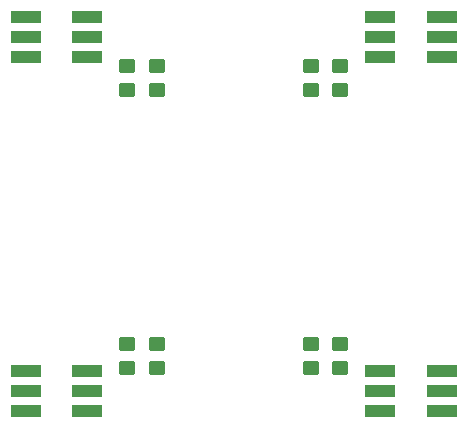
<source format=gbr>
%TF.GenerationSoftware,KiCad,Pcbnew,8.0.1*%
%TF.CreationDate,2024-07-06T10:32:20+03:00*%
%TF.ProjectId,led_tester,6c65645f-7465-4737-9465-722e6b696361,rev?*%
%TF.SameCoordinates,Original*%
%TF.FileFunction,Paste,Top*%
%TF.FilePolarity,Positive*%
%FSLAX46Y46*%
G04 Gerber Fmt 4.6, Leading zero omitted, Abs format (unit mm)*
G04 Created by KiCad (PCBNEW 8.0.1) date 2024-07-06 10:32:20*
%MOMM*%
%LPD*%
G01*
G04 APERTURE LIST*
G04 Aperture macros list*
%AMRoundRect*
0 Rectangle with rounded corners*
0 $1 Rounding radius*
0 $2 $3 $4 $5 $6 $7 $8 $9 X,Y pos of 4 corners*
0 Add a 4 corners polygon primitive as box body*
4,1,4,$2,$3,$4,$5,$6,$7,$8,$9,$2,$3,0*
0 Add four circle primitives for the rounded corners*
1,1,$1+$1,$2,$3*
1,1,$1+$1,$4,$5*
1,1,$1+$1,$6,$7*
1,1,$1+$1,$8,$9*
0 Add four rect primitives between the rounded corners*
20,1,$1+$1,$2,$3,$4,$5,0*
20,1,$1+$1,$4,$5,$6,$7,0*
20,1,$1+$1,$6,$7,$8,$9,0*
20,1,$1+$1,$8,$9,$2,$3,0*%
G04 Aperture macros list end*
%ADD10R,2.500000X1.100000*%
%ADD11RoundRect,0.250000X0.450000X-0.350000X0.450000X0.350000X-0.450000X0.350000X-0.450000X-0.350000X0*%
%ADD12RoundRect,0.250000X-0.450000X0.350000X-0.450000X-0.350000X0.450000X-0.350000X0.450000X0.350000X0*%
G04 APERTURE END LIST*
D10*
%TO.C,D7*%
X87400000Y-58300000D03*
X87400000Y-60000000D03*
X87400000Y-61700000D03*
X92600000Y-61700000D03*
X92600000Y-60000000D03*
X92600000Y-58300000D03*
%TD*%
%TO.C,D4*%
X122600000Y-61700000D03*
X122600000Y-60000000D03*
X122600000Y-58300000D03*
X117400000Y-58300000D03*
X117400000Y-60000000D03*
X117400000Y-61700000D03*
%TD*%
%TO.C,D2*%
X122600000Y-31700000D03*
X122600000Y-30000000D03*
X122600000Y-28300000D03*
X117400000Y-28300000D03*
X117400000Y-30000000D03*
X117400000Y-31700000D03*
%TD*%
%TO.C,D1*%
X87400000Y-28300000D03*
X87400000Y-30000000D03*
X87400000Y-31700000D03*
X92600000Y-31700000D03*
X92600000Y-30000000D03*
X92600000Y-28300000D03*
%TD*%
D11*
%TO.C,R5*%
X111500000Y-34500000D03*
X111500000Y-32500000D03*
%TD*%
D12*
%TO.C,R8*%
X111500000Y-56000000D03*
X111500000Y-58000000D03*
%TD*%
D11*
%TO.C,R4*%
X98500000Y-34500000D03*
X98500000Y-32500000D03*
%TD*%
D12*
%TO.C,R1*%
X98500000Y-56000000D03*
X98500000Y-58000000D03*
%TD*%
D11*
%TO.C,R6*%
X114000000Y-34500000D03*
X114000000Y-32500000D03*
%TD*%
%TO.C,R3*%
X96000000Y-34500000D03*
X96000000Y-32500000D03*
%TD*%
D12*
%TO.C,R2*%
X96000000Y-56000000D03*
X96000000Y-58000000D03*
%TD*%
%TO.C,R7*%
X114000000Y-56000000D03*
X114000000Y-58000000D03*
%TD*%
M02*

</source>
